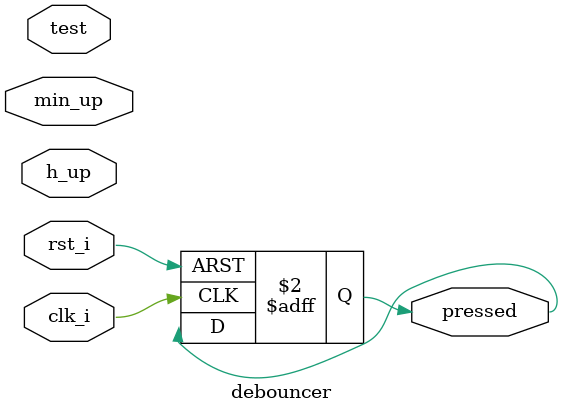
<source format=v>
`timescale 1ns / 1ps


module debouncer(
input wire clk_i, min_up, h_up, test, rst_i,
output reg pressed
    );
    parameter delay = 5000000;
    
    always @ (posedge clk_i or posedge rst_i) begin
        if (rst_i) begin
            pressed <= 0;
        end
        else begin
            
            
        end
    end
    
endmodule

</source>
